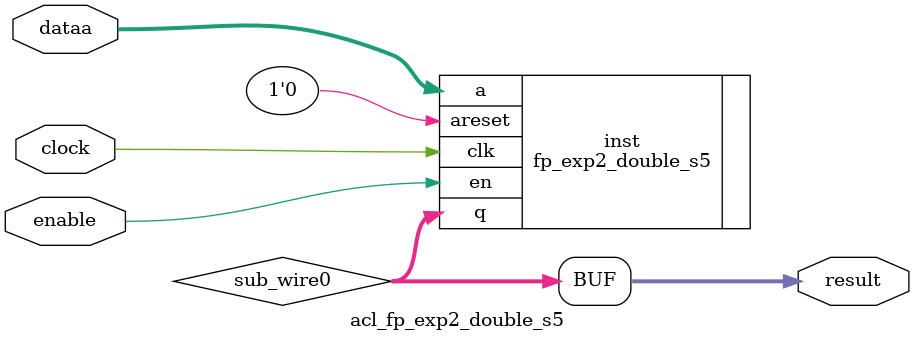
<source format=v>
`timescale 1 ps / 1 ps
module acl_fp_exp2_double_s5 (
	enable,
	clock,
	dataa,
	result);

	input	  enable;
	input	  clock;
	input	[63:0]  dataa;
	output	[63:0]  result;

	wire [63:0] sub_wire0;
	wire [63:0] result = sub_wire0[63:0];

  fp_exp2_double_s5 inst(
        .a(dataa),
        .en(enable),
        .q(sub_wire0),
        .clk(clock),
        .areset(1'b0)
        );

endmodule

</source>
